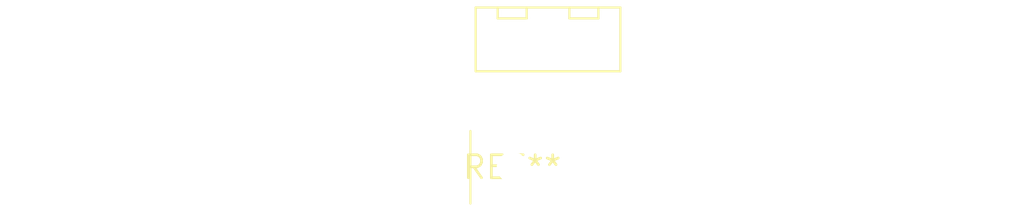
<source format=kicad_pcb>
(kicad_pcb (version 20240108) (generator pcbnew)
  (layers (0 "F.Cu" signal) (31 "B.Cu" signal) (34 "B.Paste" user) (35 "F.Paste" user) (36 "B.SilkS" user "B.Silkscreen") (37 "F.SilkS" user "F.Silkscreen") (38 "B.Mask" user) (39 "F.Mask" user) (44 "Edge.Cuts" user))
  (net 0 "")
  (footprint "Molex_KK-396_A-41792-0002_1x02_P3.96mm_Horizontal" (layer "F.Cu") (at 0 0)
    (property "Reference" "REF**")
    (property "Value" "Molex_KK-396_A-41792-0002_1x02_P3.96mm_Horizontal")
    (fp_line (start -2.305 -2) (end -2.305 2) (layer "F.SilkS") (stroke (width 0.12)))
    (fp_line (start -2.015 -8.82) (end 5.975 -8.82) (layer "F.SilkS") (stroke (width 0.12)))
    (fp_line (start -2.015 -5.3) (end -2.015 -8.82) (layer "F.SilkS") (stroke (width 0.12)))
    (fp_line (start -0.8 -8.82) (end -0.8 -8.22) (layer "F.SilkS") (stroke (width 0.12)))
    (fp_line (start -0.8 -8.22) (end 0.8 -8.22) (layer "F.SilkS") (stroke (width 0.12)))
    (fp_line (start 0.8 -8.22) (end 0.8 -8.82) (layer "F.SilkS") (stroke (width 0.12)))
    (fp_line (start 3.16 -8.82) (end 3.16 -8.22) (layer "F.SilkS") (stroke (width 0.12)))
    (fp_line (start 3.16 -8.22) (end 4.76 -8.22) (layer "F.SilkS") (stroke (width 0.12)))
    (fp_line (start 4.76 -8.22) (end 4.76 -8.82) (layer "F.SilkS") (stroke (width 0.12)))
    (fp_line (start 5.975 -8.82) (end 5.975 -5.3) (layer "F.SilkS") (stroke (width 0.12)))
    (fp_line (start 5.975 -5.3) (end -2.015 -5.3) (layer "F.SilkS") (stroke (width 0.12)))
    (pad "1" thru_hole roundrect (at 0 0) (size 3.16 4.1) (drill 1.7) (layers *.Cu *.Mask) (remove_unused_layers) (roundrect_rratio 0.079114))
    (pad "2" thru_hole oval (at 3.96 0) (size 3.16 4.1) (drill 1.7) (layers *.Cu *.Mask) (remove_unused_layers))
  )
)
</source>
